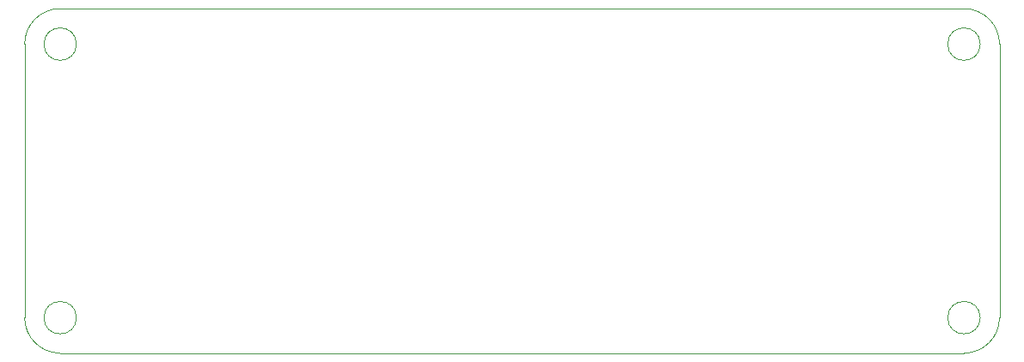
<source format=gm1>
%TF.GenerationSoftware,KiCad,Pcbnew,9.0.6*%
%TF.CreationDate,2025-11-15T01:06:24+00:00*%
%TF.ProjectId,keyfrick,6b657966-7269-4636-9b2e-6b696361645f,rev?*%
%TF.SameCoordinates,Original*%
%TF.FileFunction,Profile,NP*%
%FSLAX46Y46*%
G04 Gerber Fmt 4.6, Leading zero omitted, Abs format (unit mm)*
G04 Created by KiCad (PCBNEW 9.0.6) date 2025-11-15 01:06:24*
%MOMM*%
%LPD*%
G01*
G04 APERTURE LIST*
%TA.AperFunction,Profile*%
%ADD10C,0.050000*%
%TD*%
G04 APERTURE END LIST*
D10*
X98500000Y-77000000D02*
G75*
G02*
X95000000Y-73500000I0J3500000D01*
G01*
X100100000Y-73500000D02*
G75*
G02*
X96900000Y-73500000I-1600000J0D01*
G01*
X96900000Y-73500000D02*
G75*
G02*
X100100000Y-73500000I1600000J0D01*
G01*
X189100000Y-46500000D02*
G75*
G02*
X185900000Y-46500000I-1600000J0D01*
G01*
X185900000Y-46500000D02*
G75*
G02*
X189100000Y-46500000I1600000J0D01*
G01*
X98500000Y-43000000D02*
X187500000Y-43000000D01*
X95000000Y-73500000D02*
X95000000Y-46500000D01*
X187500000Y-43000000D02*
G75*
G02*
X191000000Y-46500000I0J-3500000D01*
G01*
X191000000Y-73500000D02*
G75*
G02*
X187500000Y-77000000I-3500000J0D01*
G01*
X189100000Y-73500000D02*
G75*
G02*
X185900000Y-73500000I-1600000J0D01*
G01*
X185900000Y-73500000D02*
G75*
G02*
X189100000Y-73500000I1600000J0D01*
G01*
X191000000Y-46500000D02*
X191000000Y-73500000D01*
X187500000Y-77000000D02*
X98500000Y-77000000D01*
X95000000Y-46500000D02*
G75*
G02*
X98500000Y-43000000I3500000J0D01*
G01*
X100100000Y-46500000D02*
G75*
G02*
X96900000Y-46500000I-1600000J0D01*
G01*
X96900000Y-46500000D02*
G75*
G02*
X100100000Y-46500000I1600000J0D01*
G01*
M02*

</source>
